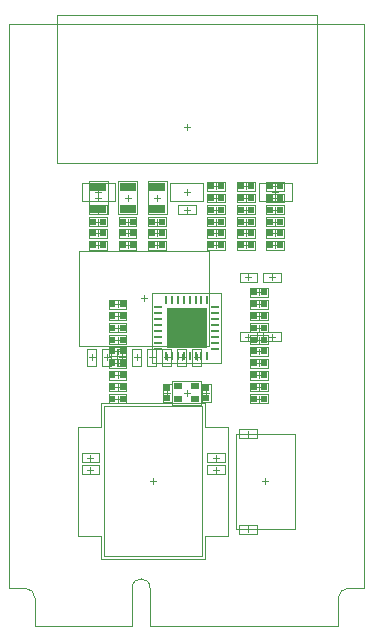
<source format=gbp>
G04*
G04 #@! TF.GenerationSoftware,Altium Limited,Altium Designer,22.1.2 (22)*
G04*
G04 Layer_Color=128*
%FSLAX25Y25*%
%MOIN*%
G70*
G04*
G04 #@! TF.SameCoordinates,B1E273F1-CA0D-4A37-822C-2AC157981796*
G04*
G04*
G04 #@! TF.FilePolarity,Positive*
G04*
G01*
G75*
%ADD10C,0.00394*%
%ADD12C,0.00197*%
%ADD15C,0.00039*%
%ADD16C,0.00079*%
%ADD18R,0.02047X0.01850*%
%ADD20R,0.01850X0.02047*%
%ADD46R,0.05512X0.02756*%
%ADD47R,0.02756X0.00984*%
%ADD48R,0.00984X0.02756*%
%ADD49R,0.13583X0.13583*%
%ADD50R,0.02756X0.02362*%
D10*
X53740Y12598D02*
G03*
X50591Y9449I0J-3150D01*
G01*
X-50591D02*
G03*
X-53740Y12598I-3150J0D01*
G01*
X-12205Y12795D02*
G03*
X-18110Y12795I-2953J0D01*
G01*
X53740Y12598D02*
G03*
X50591Y9449I0J-3150D01*
G01*
X-50591D02*
G03*
X-53740Y12598I-3150J0D01*
G01*
X-12205Y12795D02*
G03*
X-18110Y12795I-2953J0D01*
G01*
X-50591Y0D02*
X-18110D01*
X50591D02*
Y9449D01*
X53740Y12598D02*
X59055D01*
X-59055D02*
X-53740D01*
X-12205Y0D02*
Y12795D01*
X-18110Y0D02*
Y12795D01*
X-50591Y0D02*
Y9449D01*
X-12205Y0D02*
X50591D01*
X-59055Y200591D02*
X59055D01*
X-50591Y0D02*
Y9449D01*
X59055Y12598D02*
Y200591D01*
X-18110Y0D02*
Y12795D01*
X50591Y0D02*
Y9449D01*
X-12205Y0D02*
Y12795D01*
X-50591Y0D02*
X-18110D01*
X-12205D02*
X50591D01*
X53740Y12598D02*
X59055D01*
X-59055D02*
X-53740D01*
X-59055D02*
Y200591D01*
D12*
X11600Y87809D02*
Y111009D01*
X-11600Y87809D02*
Y111009D01*
X11600D01*
X-11600Y87809D02*
X11600D01*
X-11600D02*
Y111009D01*
Y87809D02*
X11600D01*
Y111009D01*
X-11600D02*
X11600D01*
X-1181Y99410D02*
X1181D01*
X0Y98228D02*
Y100591D01*
D15*
X35039Y141535D02*
Y147835D01*
X24016D02*
X35039D01*
X24016Y141535D02*
X35039D01*
X24016D02*
Y147835D01*
X-8063Y92520D02*
X-5110D01*
X-8063Y86614D02*
Y92520D01*
X-5110Y86614D02*
Y92520D01*
X-8063Y86614D02*
X-5110D01*
X-28063D02*
X-25110D01*
Y92520D01*
X-28063Y86614D02*
Y92520D01*
X-25110D01*
X-18063D02*
X-15110D01*
X-18063Y86614D02*
Y92520D01*
X-15110Y86614D02*
Y92520D01*
X-18063Y86614D02*
X-15110D01*
X1937Y92520D02*
X4890D01*
X1937Y86614D02*
Y92520D01*
X4890Y86614D02*
Y92520D01*
X1937Y86614D02*
X4890D01*
X-35740Y93504D02*
X7567D01*
X-35740Y125000D02*
X7567D01*
X-35740Y93504D02*
Y125000D01*
X7567Y93504D02*
Y125000D01*
X16339Y32480D02*
Y63976D01*
X36024Y32480D02*
Y63976D01*
X16339Y32480D02*
X36024D01*
X16339Y63976D02*
X36024D01*
X17634Y97933D02*
X23539D01*
X17634Y94980D02*
X23539D01*
Y97933D01*
X17634Y94980D02*
Y97933D01*
X31413Y94980D02*
Y97933D01*
X25508D02*
X31413D01*
X25508Y94980D02*
X31413D01*
X25508D02*
Y97933D01*
X-27559Y23228D02*
Y73228D01*
X5118D01*
Y23228D02*
Y73228D01*
X-27559Y23228D02*
X5118D01*
X43307Y154528D02*
Y203740D01*
X-43307Y154528D02*
Y203740D01*
Y154528D02*
X43307D01*
X-43307Y203740D02*
X43307D01*
X26575Y137303D02*
Y140256D01*
X32480Y137303D02*
Y140256D01*
X26575Y137303D02*
X32480D01*
X26575Y140256D02*
X32480D01*
X-5512Y141535D02*
Y147835D01*
Y141535D02*
X5512D01*
X-5512Y147835D02*
X5512D01*
Y141535D02*
Y147835D01*
X-2953Y137303D02*
Y140256D01*
X2953Y137303D02*
Y140256D01*
X-2953Y137303D02*
X2953D01*
X-2953Y140256D02*
X2953D01*
X-35039Y141535D02*
Y147835D01*
Y141535D02*
X-24016D01*
X-35039Y147835D02*
X-24016D01*
Y141535D02*
Y147835D01*
X-32480Y137303D02*
Y140256D01*
X-26575Y137303D02*
Y140256D01*
X-32480Y137303D02*
X-26575D01*
X-32480Y140256D02*
X-26575D01*
X17634Y114862D02*
Y117815D01*
X23539Y114862D02*
Y117815D01*
X17634Y114862D02*
X23539D01*
X17634Y117815D02*
X23539D01*
X31413Y114862D02*
Y117815D01*
X25508D02*
X31413D01*
X25508Y114862D02*
X31413D01*
X25508D02*
Y117815D01*
X-22835Y148228D02*
X-16535D01*
Y137205D02*
Y148228D01*
X-22835Y137205D02*
Y148228D01*
Y137205D02*
X-16535D01*
X-12992Y148228D02*
X-6693D01*
Y137205D02*
Y148228D01*
X-12992Y137205D02*
Y148228D01*
Y137205D02*
X-6693D01*
X-32677Y148228D02*
X-26378D01*
Y137205D02*
Y148228D01*
X-32677Y137205D02*
Y148228D01*
Y137205D02*
X-26378D01*
X-32480Y125492D02*
Y128445D01*
X-26575D01*
X-32480Y125492D02*
X-26575D01*
Y128445D01*
X22638Y141240D02*
Y144193D01*
X16732Y141240D02*
X22638D01*
X16732Y144193D02*
X22638D01*
X16732Y141240D02*
Y144193D01*
X32480Y141240D02*
Y144193D01*
X26575Y141240D02*
X32480D01*
X26575Y144193D02*
X32480D01*
X26575Y141240D02*
Y144193D01*
X6890Y145177D02*
Y148130D01*
X12795D01*
X6890Y145177D02*
X12795D01*
Y148130D01*
X26575Y145177D02*
Y148130D01*
X32480D01*
X26575Y145177D02*
X32480D01*
Y148130D01*
X16732Y145177D02*
Y148130D01*
X22638D01*
X16732Y145177D02*
X22638D01*
Y148130D01*
X-16732Y125492D02*
Y128445D01*
X-22638Y125492D02*
X-16732D01*
X-22638Y128445D02*
X-16732D01*
X-22638Y125492D02*
Y128445D01*
X-20079Y90059D02*
Y93012D01*
X-25984Y90059D02*
X-20079D01*
X-25984Y93012D02*
X-20079D01*
X-25984Y90059D02*
Y93012D01*
Y105807D02*
Y108760D01*
X-20079D01*
X-25984Y105807D02*
X-20079D01*
Y108760D01*
X21260Y74311D02*
Y77264D01*
X27165D01*
X21260Y74311D02*
X27165D01*
Y77264D01*
X21260Y82185D02*
Y85138D01*
X27165D01*
X21260Y82185D02*
X27165D01*
Y85138D01*
X21260Y78248D02*
Y81201D01*
X27165D01*
X21260Y78248D02*
X27165D01*
Y81201D01*
X4724Y73819D02*
Y81693D01*
X-4724Y73819D02*
Y81693D01*
Y73819D02*
X4724D01*
X-4724Y81693D02*
X4724D01*
X27165Y90059D02*
Y93012D01*
X21260Y90059D02*
X27165D01*
X21260Y93012D02*
X27165D01*
X21260Y90059D02*
Y93012D01*
Y86122D02*
Y89075D01*
X27165D01*
X21260Y86122D02*
X27165D01*
Y89075D01*
X-25984Y82185D02*
Y85138D01*
X-20079D01*
X-25984Y82185D02*
X-20079D01*
Y85138D01*
Y86122D02*
Y89075D01*
X-25984Y86122D02*
X-20079D01*
X-25984Y89075D02*
X-20079D01*
X-25984Y86122D02*
Y89075D01*
X-20079Y97933D02*
Y100886D01*
X-25984Y97933D02*
X-20079D01*
X-25984Y100886D02*
X-20079D01*
X-25984Y97933D02*
Y100886D01*
X-20079Y93996D02*
Y96949D01*
X-25984Y93996D02*
X-20079D01*
X-25984Y96949D02*
X-20079D01*
X-25984Y93996D02*
Y96949D01*
X27165Y109744D02*
Y112697D01*
X21260Y109744D02*
X27165D01*
X21260Y112697D02*
X27165D01*
X21260Y109744D02*
Y112697D01*
X21260Y97933D02*
Y100886D01*
X27165D01*
X21260Y97933D02*
X27165D01*
Y100886D01*
X21260Y93996D02*
Y96949D01*
X27165D01*
X21260Y93996D02*
X27165D01*
Y96949D01*
Y101870D02*
Y104823D01*
X21260Y101870D02*
X27165D01*
X21260Y104823D02*
X27165D01*
X21260Y101870D02*
Y104823D01*
Y105807D02*
Y108760D01*
X27165D01*
X21260Y105807D02*
X27165D01*
Y108760D01*
X-12795Y125492D02*
Y128445D01*
X-6890D01*
X-12795Y125492D02*
X-6890D01*
Y128445D01*
X32480Y133366D02*
Y136319D01*
X26575Y133366D02*
X32480D01*
X26575Y136319D02*
X32480D01*
X26575Y133366D02*
Y136319D01*
X22638Y133366D02*
Y136319D01*
X16732Y133366D02*
X22638D01*
X16732Y136319D02*
X22638D01*
X16732Y133366D02*
Y136319D01*
X12795Y133366D02*
Y136319D01*
X6890Y133366D02*
X12795D01*
X6890Y136319D02*
X12795D01*
X6890Y133366D02*
Y136319D01*
X12795Y141240D02*
Y144193D01*
X6890Y141240D02*
X12795D01*
X6890Y144193D02*
X12795D01*
X6890Y141240D02*
Y144193D01*
X35039Y141535D02*
Y147835D01*
X24016Y141535D02*
Y147835D01*
X35039D01*
X24016Y141535D02*
X35039D01*
X28543Y144685D02*
X30512D01*
X29528Y143701D02*
Y145669D01*
X-7571Y89567D02*
X-5602D01*
X-6587Y88583D02*
Y90551D01*
X-8063Y86614D02*
Y92520D01*
X-5110Y86614D02*
Y92520D01*
X-8063D02*
X-5110D01*
X-8063Y86614D02*
X-5110D01*
X-28063D02*
X-25110D01*
X-28063Y92520D02*
X-25110D01*
Y86614D02*
Y92520D01*
X-28063Y86614D02*
Y92520D01*
X-26587Y88583D02*
Y90551D01*
X-27571Y89567D02*
X-25602D01*
X-17571D02*
X-15602D01*
X-16587Y88583D02*
Y90551D01*
X-18063Y86614D02*
Y92520D01*
X-15110Y86614D02*
Y92520D01*
X-18063D02*
X-15110D01*
X-18063Y86614D02*
X-15110D01*
X2429Y89567D02*
X4398D01*
X3413Y88583D02*
Y90551D01*
X1937Y86614D02*
Y92520D01*
X4890Y86614D02*
Y92520D01*
X1937D02*
X4890D01*
X1937Y86614D02*
X4890D01*
X-35740Y125000D02*
X7567D01*
X-35740Y93504D02*
Y125000D01*
X7567Y93504D02*
Y125000D01*
X-35740Y93504D02*
X7567D01*
X-15071Y109252D02*
X-13102D01*
X-14087Y108268D02*
Y110236D01*
X26181Y47244D02*
Y49213D01*
X25197Y48228D02*
X27165D01*
X16339Y63976D02*
X36024D01*
X16339Y32480D02*
Y63976D01*
X36024Y32480D02*
Y63976D01*
X16339Y32480D02*
X36024D01*
X19602Y96457D02*
X21571D01*
X20587Y95472D02*
Y97441D01*
X23539Y94980D02*
Y97933D01*
X17634Y94980D02*
Y97933D01*
X23539D01*
X17634Y94980D02*
X23539D01*
X31413D02*
Y97933D01*
X25508Y94980D02*
Y97933D01*
X31413D01*
X25508Y94980D02*
X31413D01*
X27476Y96457D02*
X29445D01*
X28461Y95472D02*
Y97441D01*
X6102Y66260D02*
X13780D01*
X-36220Y30197D02*
X-28543D01*
X13780D02*
Y66260D01*
X-36220Y30197D02*
Y66220D01*
X6102Y30197D02*
X13780D01*
X-36220Y66220D02*
X-28543D01*
Y74213D01*
X6102Y22244D02*
Y30197D01*
X-28543Y22244D02*
X6102D01*
X-28543Y74213D02*
X6102D01*
Y66260D02*
Y74213D01*
X-28543Y22244D02*
Y30197D01*
X-12205Y48228D02*
X-10236D01*
X-11220Y47244D02*
Y49213D01*
X-43307Y154528D02*
X43307D01*
X-43307D02*
Y203740D01*
X43307D01*
Y154528D02*
Y203740D01*
X0Y165354D02*
Y167323D01*
X-984Y166339D02*
X984D01*
X26575Y137303D02*
X32480D01*
X26575Y140256D02*
X32480D01*
X26575Y137303D02*
Y140256D01*
X32480Y137303D02*
Y140256D01*
X29528Y137795D02*
Y139764D01*
X28543Y138779D02*
X30512D01*
X0Y143701D02*
Y145669D01*
X-984Y144685D02*
X984D01*
X-5512Y141535D02*
X5512D01*
X-5512Y147835D02*
X5512D01*
X-5512Y141535D02*
Y147835D01*
X5512Y141535D02*
Y147835D01*
X-2953Y137303D02*
X2953D01*
X-2953Y140256D02*
X2953D01*
X-2953Y137303D02*
Y140256D01*
X2953Y137303D02*
Y140256D01*
X0Y137795D02*
Y139764D01*
X-984Y138779D02*
X984D01*
X-29528Y143701D02*
Y145669D01*
X-30512Y144685D02*
X-28543D01*
X-35039Y141535D02*
X-24016D01*
X-35039Y147835D02*
X-24016D01*
X-35039Y141535D02*
Y147835D01*
X-24016Y141535D02*
Y147835D01*
X-32480Y137303D02*
X-26575D01*
X-32480Y140256D02*
X-26575D01*
X-32480Y137303D02*
Y140256D01*
X-26575Y137303D02*
Y140256D01*
X-29528Y137795D02*
Y139764D01*
X-30512Y138779D02*
X-28543D01*
X17634Y114862D02*
X23539D01*
X17634Y117815D02*
X23539D01*
X17634Y114862D02*
Y117815D01*
X23539Y114862D02*
Y117815D01*
X20587Y115354D02*
Y117323D01*
X19602Y116339D02*
X21571D01*
X31413Y114862D02*
Y117815D01*
X25508Y114862D02*
Y117815D01*
X31413D01*
X25508Y114862D02*
X31413D01*
X27476Y116339D02*
X29445D01*
X28461Y115354D02*
Y117323D01*
X-20669Y142717D02*
X-18701D01*
X-19685Y141732D02*
Y143701D01*
X-16535Y137205D02*
Y148228D01*
X-22835Y137205D02*
Y148228D01*
X-16535D01*
X-22835Y137205D02*
X-16535D01*
X-10827Y142717D02*
X-8858D01*
X-9843Y141732D02*
Y143701D01*
X-6693Y137205D02*
Y148228D01*
X-12992Y137205D02*
Y148228D01*
X-6693D01*
X-12992Y137205D02*
X-6693D01*
X-30512Y142717D02*
X-28543D01*
X-29528Y141732D02*
Y143701D01*
X-26378Y137205D02*
Y148228D01*
X-32677Y137205D02*
Y148228D01*
X-26378D01*
X-32677Y137205D02*
X-26378D01*
X-32480Y125492D02*
Y128445D01*
X-26575Y125492D02*
Y128445D01*
X-32480D02*
X-26575D01*
X-32480Y125492D02*
X-26575D01*
X-30512Y126969D02*
X-28543D01*
X-29528Y125984D02*
Y127953D01*
X22638Y141240D02*
Y144193D01*
X16732Y141240D02*
Y144193D01*
Y141240D02*
X22638D01*
X16732Y144193D02*
X22638D01*
X18701Y142717D02*
X20669D01*
X19685Y141732D02*
Y143701D01*
X32480Y141240D02*
Y144193D01*
X26575Y141240D02*
Y144193D01*
Y141240D02*
X32480D01*
X26575Y144193D02*
X32480D01*
X28543Y142717D02*
X30512D01*
X29528Y141732D02*
Y143701D01*
X6890Y145177D02*
Y148130D01*
X12795Y145177D02*
Y148130D01*
X6890D02*
X12795D01*
X6890Y145177D02*
X12795D01*
X8858Y146653D02*
X10827D01*
X9843Y145669D02*
Y147638D01*
X26575Y145177D02*
Y148130D01*
X32480Y145177D02*
Y148130D01*
X26575D02*
X32480D01*
X26575Y145177D02*
X32480D01*
X28543Y146653D02*
X30512D01*
X29528Y145669D02*
Y147638D01*
X16732Y145177D02*
Y148130D01*
X22638Y145177D02*
Y148130D01*
X16732D02*
X22638D01*
X16732Y145177D02*
X22638D01*
X18701Y146653D02*
X20669D01*
X19685Y145669D02*
Y147638D01*
X-19685Y125984D02*
Y127953D01*
X-20669Y126969D02*
X-18701D01*
X-22638Y125492D02*
X-16732D01*
X-22638Y128445D02*
X-16732D01*
Y125492D02*
Y128445D01*
X-22638Y125492D02*
Y128445D01*
X-23031Y90551D02*
Y92520D01*
X-24016Y91535D02*
X-22047D01*
X-25984Y90059D02*
X-20079D01*
X-25984Y93012D02*
X-20079D01*
Y90059D02*
Y93012D01*
X-25984Y90059D02*
Y93012D01*
Y105807D02*
Y108760D01*
X-20079Y105807D02*
Y108760D01*
X-25984D02*
X-20079D01*
X-25984Y105807D02*
X-20079D01*
X-24016Y107283D02*
X-22047D01*
X-23031Y106299D02*
Y108268D01*
X24213Y74803D02*
Y76772D01*
X23228Y75787D02*
X25197D01*
X21260Y77264D02*
X27165D01*
X21260Y74311D02*
X27165D01*
X21260D02*
Y77264D01*
X27165Y74311D02*
Y77264D01*
X24213Y82677D02*
Y84646D01*
X23228Y83661D02*
X25197D01*
X21260Y85138D02*
X27165D01*
X21260Y82185D02*
X27165D01*
X21260D02*
Y85138D01*
X27165Y82185D02*
Y85138D01*
X24213Y78740D02*
Y80709D01*
X23228Y79724D02*
X25197D01*
X21260Y81201D02*
X27165D01*
X21260Y78248D02*
X27165D01*
X21260D02*
Y81201D01*
X27165Y78248D02*
Y81201D01*
X-4724Y73819D02*
Y81693D01*
X4724Y73819D02*
Y81693D01*
X-4724D02*
X4724D01*
X-4724Y73819D02*
X4724D01*
X0Y76772D02*
Y78740D01*
X-984Y77756D02*
X984D01*
X24213Y90551D02*
Y92520D01*
X23228Y91535D02*
X25197D01*
X21260Y90059D02*
X27165D01*
X21260Y93012D02*
X27165D01*
Y90059D02*
Y93012D01*
X21260Y90059D02*
Y93012D01*
X24213Y86614D02*
Y88583D01*
X23228Y87598D02*
X25197D01*
X21260Y89075D02*
X27165D01*
X21260Y86122D02*
X27165D01*
X21260D02*
Y89075D01*
X27165Y86122D02*
Y89075D01*
X-23031Y82677D02*
Y84646D01*
X-24016Y83661D02*
X-22047D01*
X-25984Y85138D02*
X-20079D01*
X-25984Y82185D02*
X-20079D01*
X-25984D02*
Y85138D01*
X-20079Y82185D02*
Y85138D01*
X-23031Y86614D02*
Y88583D01*
X-24016Y87598D02*
X-22047D01*
X-25984Y86122D02*
X-20079D01*
X-25984Y89075D02*
X-20079D01*
Y86122D02*
Y89075D01*
X-25984Y86122D02*
Y89075D01*
X-23031Y98425D02*
Y100394D01*
X-24016Y99409D02*
X-22047D01*
X-25984Y97933D02*
X-20079D01*
X-25984Y100886D02*
X-20079D01*
Y97933D02*
Y100886D01*
X-25984Y97933D02*
Y100886D01*
X-23031Y94488D02*
Y96457D01*
X-24016Y95472D02*
X-22047D01*
X-25984Y93996D02*
X-20079D01*
X-25984Y96949D02*
X-20079D01*
Y93996D02*
Y96949D01*
X-25984Y93996D02*
Y96949D01*
X24213Y110236D02*
Y112205D01*
X23228Y111221D02*
X25197D01*
X21260Y109744D02*
X27165D01*
X21260Y112697D02*
X27165D01*
Y109744D02*
Y112697D01*
X21260Y109744D02*
Y112697D01*
X24213Y98425D02*
Y100394D01*
X23228Y99410D02*
X25197D01*
X21260Y100886D02*
X27165D01*
X21260Y97933D02*
X27165D01*
X21260D02*
Y100886D01*
X27165Y97933D02*
Y100886D01*
X24213Y94488D02*
Y96457D01*
X23228Y95472D02*
X25197D01*
X21260Y96949D02*
X27165D01*
X21260Y93996D02*
X27165D01*
X21260D02*
Y96949D01*
X27165Y93996D02*
Y96949D01*
X24213Y102362D02*
Y104331D01*
X23228Y103347D02*
X25197D01*
X21260Y101870D02*
X27165D01*
X21260Y104823D02*
X27165D01*
Y101870D02*
Y104823D01*
X21260Y101870D02*
Y104823D01*
X24213Y106299D02*
Y108268D01*
X23228Y107283D02*
X25197D01*
X21260Y108760D02*
X27165D01*
X21260Y105807D02*
X27165D01*
X21260D02*
Y108760D01*
X27165Y105807D02*
Y108760D01*
X-12795Y125492D02*
Y128445D01*
X-6890Y125492D02*
Y128445D01*
X-12795D02*
X-6890D01*
X-12795Y125492D02*
X-6890D01*
X-10827Y126969D02*
X-8858D01*
X-9843Y125984D02*
Y127953D01*
X32480Y133366D02*
Y136319D01*
X26575Y133366D02*
Y136319D01*
Y133366D02*
X32480D01*
X26575Y136319D02*
X32480D01*
X28543Y134843D02*
X30512D01*
X29528Y133858D02*
Y135827D01*
X22638Y133366D02*
Y136319D01*
X16732Y133366D02*
Y136319D01*
Y133366D02*
X22638D01*
X16732Y136319D02*
X22638D01*
X18701Y134843D02*
X20669D01*
X19685Y133858D02*
Y135827D01*
X12795Y133366D02*
Y136319D01*
X6890Y133366D02*
Y136319D01*
Y133366D02*
X12795D01*
X6890Y136319D02*
X12795D01*
X8858Y134843D02*
X10827D01*
X9843Y133858D02*
Y135827D01*
X12795Y141240D02*
Y144193D01*
X6890Y141240D02*
Y144193D01*
Y141240D02*
X12795D01*
X6890Y144193D02*
X12795D01*
X8858Y142717D02*
X10827D01*
X9843Y141732D02*
Y143701D01*
D16*
X-23063Y86614D02*
X-20110D01*
X-23063Y92520D02*
X-20110D01*
X-23063Y86614D02*
Y92520D01*
X-20110Y86614D02*
Y92520D01*
X-13063Y86614D02*
X-10110D01*
X-13063Y92520D02*
X-10110D01*
X-13063Y86614D02*
Y92520D01*
X-10110Y86614D02*
Y92520D01*
X-30110Y86614D02*
Y92520D01*
X-33063Y86614D02*
Y92520D01*
X-30110D01*
X-33063Y86614D02*
X-30110D01*
X-3063D02*
X-110D01*
X-3063Y92520D02*
X-110D01*
X-3063Y86614D02*
Y92520D01*
X-110Y86614D02*
Y92520D01*
X23327Y62697D02*
Y65650D01*
X17421Y62697D02*
Y65650D01*
Y62697D02*
X23327D01*
X17421Y65650D02*
X23327D01*
Y30807D02*
Y33760D01*
X17421Y30807D02*
Y33760D01*
Y30807D02*
X23327D01*
X17421Y33760D02*
X23327D01*
X6890Y53642D02*
X12795D01*
X6890Y50689D02*
X12795D01*
X6890D02*
Y53642D01*
X12795Y50689D02*
Y53642D01*
X6890Y57579D02*
X12795D01*
X6890Y54626D02*
X12795D01*
X6890D02*
Y57579D01*
X12795Y54626D02*
Y57579D01*
X-35039Y53642D02*
X-29134D01*
X-35039Y50689D02*
X-29134D01*
X-35039D02*
Y53642D01*
X-29134Y50689D02*
Y53642D01*
X-35039Y57579D02*
X-29134D01*
X-35039Y54626D02*
X-29134D01*
X-35039D02*
Y57579D01*
X-29134Y54626D02*
Y57579D01*
X7972Y74803D02*
Y80709D01*
X5020Y74803D02*
Y80709D01*
Y74803D02*
X7972D01*
X5020Y80709D02*
X7972D01*
X-7972Y74803D02*
Y80709D01*
X-5020Y74803D02*
Y80709D01*
X-7972D02*
X-5020D01*
X-7972Y74803D02*
X-5020D01*
X-20079Y78248D02*
Y81201D01*
X-25984Y78248D02*
Y81201D01*
X-20079D01*
X-25984Y78248D02*
X-20079D01*
Y74311D02*
Y77264D01*
X-25984Y74311D02*
Y77264D01*
X-20079D01*
X-25984Y74311D02*
X-20079D01*
X-25984Y104823D02*
X-20079D01*
X-25984Y101870D02*
X-20079D01*
Y104823D01*
X-25984Y101870D02*
Y104823D01*
X6890Y128445D02*
X12795D01*
X6890Y125492D02*
X12795D01*
Y128445D01*
X6890Y125492D02*
Y128445D01*
X16732D02*
X22638D01*
X16732Y125492D02*
X22638D01*
Y128445D01*
X16732Y125492D02*
Y128445D01*
X26575D02*
X32480D01*
X26575Y125492D02*
X32480D01*
Y128445D01*
X26575Y125492D02*
Y128445D01*
X6890Y132382D02*
X12795D01*
X6890Y129429D02*
X12795D01*
Y132382D01*
X6890Y129429D02*
Y132382D01*
X16732D02*
X22638D01*
X16732Y129429D02*
X22638D01*
Y132382D01*
X16732Y129429D02*
Y132382D01*
X26575D02*
X32480D01*
X26575Y129429D02*
X32480D01*
Y132382D01*
X26575Y129429D02*
Y132382D01*
X6890Y137303D02*
X12795D01*
X6890Y140256D02*
X12795D01*
X6890Y137303D02*
Y140256D01*
X12795Y137303D02*
Y140256D01*
X16732Y137303D02*
X22638D01*
X16732Y140256D02*
X22638D01*
X16732Y137303D02*
Y140256D01*
X22638Y137303D02*
Y140256D01*
X26575Y137303D02*
X32480D01*
X26575Y140256D02*
X32480D01*
X26575Y137303D02*
Y140256D01*
X32480Y137303D02*
Y140256D01*
X-32480Y136319D02*
X-26575D01*
X-32480Y133366D02*
X-26575D01*
Y136319D01*
X-32480Y133366D02*
Y136319D01*
X-22638D02*
X-16732D01*
X-22638Y133366D02*
X-16732D01*
Y136319D01*
X-22638Y133366D02*
Y136319D01*
X-12795D02*
X-6890D01*
X-12795Y133366D02*
X-6890D01*
Y136319D01*
X-12795Y133366D02*
Y136319D01*
X-32480Y132382D02*
X-26575D01*
X-32480Y129429D02*
X-26575D01*
Y132382D01*
X-32480Y129429D02*
Y132382D01*
X-22638D02*
X-16732D01*
X-22638Y129429D02*
X-16732D01*
Y132382D01*
X-22638Y129429D02*
Y132382D01*
X-12795D02*
X-6890D01*
X-12795Y129429D02*
X-6890D01*
Y132382D01*
X-12795Y129429D02*
Y132382D01*
X-23063Y86614D02*
X-20110D01*
X-23063D02*
Y92520D01*
X-20110Y86614D02*
Y92520D01*
X-21587Y88583D02*
Y90551D01*
X-22571Y89567D02*
X-20602D01*
X-23063Y92520D02*
X-20110D01*
X-13063Y86614D02*
X-10110D01*
X-13063D02*
Y92520D01*
X-10110Y86614D02*
Y92520D01*
X-11587Y88583D02*
Y90551D01*
X-12571Y89567D02*
X-10602D01*
X-13063Y92520D02*
X-10110D01*
X-33063D02*
X-30110D01*
X-32571Y89567D02*
X-30602D01*
X-31587Y88583D02*
Y90551D01*
X-30110Y86614D02*
Y92520D01*
X-33063Y86614D02*
Y92520D01*
Y86614D02*
X-30110D01*
X-3063D02*
X-110D01*
X-3063D02*
Y92520D01*
X-110Y86614D02*
Y92520D01*
X-1587Y88583D02*
Y90551D01*
X-2571Y89567D02*
X-602D01*
X-3063Y92520D02*
X-110D01*
X23327Y62697D02*
Y65650D01*
X17421Y62697D02*
X23327D01*
X17421Y65650D02*
X23327D01*
X19390Y64173D02*
X21358D01*
X20374Y63189D02*
Y65158D01*
X17421Y62697D02*
Y65650D01*
X23327Y30807D02*
Y33760D01*
X17421Y30807D02*
X23327D01*
X17421Y33760D02*
X23327D01*
X19390Y32283D02*
X21358D01*
X20374Y31299D02*
Y33268D01*
X17421Y30807D02*
Y33760D01*
X6890Y50689D02*
Y53642D01*
X9843Y51181D02*
Y53150D01*
X8858Y52165D02*
X10827D01*
X6890Y53642D02*
X12795D01*
X6890Y50689D02*
X12795D01*
Y53642D01*
X6890Y54626D02*
Y57579D01*
X9843Y55118D02*
Y57087D01*
X8858Y56102D02*
X10827D01*
X6890Y57579D02*
X12795D01*
X6890Y54626D02*
X12795D01*
Y57579D01*
X-35039Y50689D02*
Y53642D01*
X-32087Y51181D02*
Y53150D01*
X-33071Y52165D02*
X-31102D01*
X-35039Y53642D02*
X-29134D01*
X-35039Y50689D02*
X-29134D01*
Y53642D01*
X-35039Y54626D02*
Y57579D01*
X-32087Y55118D02*
Y57087D01*
X-33071Y56102D02*
X-31102D01*
X-35039Y57579D02*
X-29134D01*
X-35039Y54626D02*
X-29134D01*
Y57579D01*
X5020Y74803D02*
X7972D01*
X5512Y77756D02*
X7480D01*
X6496Y76772D02*
Y78740D01*
X7972Y74803D02*
Y80709D01*
X5020Y74803D02*
Y80709D01*
X7972D01*
X-7972D02*
X-5020D01*
X-7480Y77756D02*
X-5512D01*
X-6496Y76772D02*
Y78740D01*
X-7972Y74803D02*
Y80709D01*
X-5020Y74803D02*
Y80709D01*
X-7972Y74803D02*
X-5020D01*
X-20079Y78248D02*
Y81201D01*
X-25984D02*
X-20079D01*
X-25984Y78248D02*
X-20079D01*
X-24016Y79724D02*
X-22047D01*
X-23031Y78740D02*
Y80709D01*
X-25984Y78248D02*
Y81201D01*
X-20079Y74311D02*
Y77264D01*
X-25984D02*
X-20079D01*
X-25984Y74311D02*
X-20079D01*
X-24016Y75787D02*
X-22047D01*
X-23031Y74803D02*
Y76772D01*
X-25984Y74311D02*
Y77264D01*
X-20079Y101870D02*
Y104823D01*
X-23031Y102362D02*
Y104331D01*
X-24016Y103347D02*
X-22047D01*
X-25984Y104823D02*
X-20079D01*
X-25984Y101870D02*
X-20079D01*
X-25984D02*
Y104823D01*
X12795Y125492D02*
Y128445D01*
X9843Y125984D02*
Y127953D01*
X8858Y126969D02*
X10827D01*
X6890Y128445D02*
X12795D01*
X6890Y125492D02*
X12795D01*
X6890D02*
Y128445D01*
X22638Y125492D02*
Y128445D01*
X19685Y125984D02*
Y127953D01*
X18701Y126969D02*
X20669D01*
X16732Y128445D02*
X22638D01*
X16732Y125492D02*
X22638D01*
X16732D02*
Y128445D01*
X32480Y125492D02*
Y128445D01*
X29528Y125984D02*
Y127953D01*
X28543Y126969D02*
X30512D01*
X26575Y128445D02*
X32480D01*
X26575Y125492D02*
X32480D01*
X26575D02*
Y128445D01*
X12795Y129429D02*
Y132382D01*
X9843Y129921D02*
Y131890D01*
X8858Y130905D02*
X10827D01*
X6890Y132382D02*
X12795D01*
X6890Y129429D02*
X12795D01*
X6890D02*
Y132382D01*
X22638Y129429D02*
Y132382D01*
X19685Y129921D02*
Y131890D01*
X18701Y130905D02*
X20669D01*
X16732Y132382D02*
X22638D01*
X16732Y129429D02*
X22638D01*
X16732D02*
Y132382D01*
X32480Y129429D02*
Y132382D01*
X29528Y129921D02*
Y131890D01*
X28543Y130905D02*
X30512D01*
X26575Y132382D02*
X32480D01*
X26575Y129429D02*
X32480D01*
X26575D02*
Y132382D01*
X6890Y137303D02*
Y140256D01*
X9843Y137795D02*
Y139764D01*
X8858Y138779D02*
X10827D01*
X6890Y137303D02*
X12795D01*
X6890Y140256D02*
X12795D01*
Y137303D02*
Y140256D01*
X16732Y137303D02*
Y140256D01*
X19685Y137795D02*
Y139764D01*
X18701Y138779D02*
X20669D01*
X16732Y137303D02*
X22638D01*
X16732Y140256D02*
X22638D01*
Y137303D02*
Y140256D01*
X26575Y137303D02*
Y140256D01*
X29528Y137795D02*
Y139764D01*
X28543Y138779D02*
X30512D01*
X26575Y137303D02*
X32480D01*
X26575Y140256D02*
X32480D01*
Y137303D02*
Y140256D01*
X-26575Y133366D02*
Y136319D01*
X-29528Y133858D02*
Y135827D01*
X-30512Y134843D02*
X-28543D01*
X-32480Y136319D02*
X-26575D01*
X-32480Y133366D02*
X-26575D01*
X-32480D02*
Y136319D01*
X-16732Y133366D02*
Y136319D01*
X-19685Y133858D02*
Y135827D01*
X-20669Y134843D02*
X-18701D01*
X-22638Y136319D02*
X-16732D01*
X-22638Y133366D02*
X-16732D01*
X-22638D02*
Y136319D01*
X-6890Y133366D02*
Y136319D01*
X-9843Y133858D02*
Y135827D01*
X-10827Y134843D02*
X-8858D01*
X-12795Y136319D02*
X-6890D01*
X-12795Y133366D02*
X-6890D01*
X-12795D02*
Y136319D01*
X-26575Y129429D02*
Y132382D01*
X-29528Y129921D02*
Y131890D01*
X-30512Y130905D02*
X-28543D01*
X-32480Y132382D02*
X-26575D01*
X-32480Y129429D02*
X-26575D01*
X-32480D02*
Y132382D01*
X-16732Y129429D02*
Y132382D01*
X-19685Y129921D02*
Y131890D01*
X-20669Y130905D02*
X-18701D01*
X-22638Y132382D02*
X-16732D01*
X-22638Y129429D02*
X-16732D01*
X-22638D02*
Y132382D01*
X-6890Y129429D02*
Y132382D01*
X-9843Y129921D02*
Y131890D01*
X-10827Y130905D02*
X-8858D01*
X-12795Y132382D02*
X-6890D01*
X-12795Y129429D02*
X-6890D01*
X-12795D02*
Y132382D01*
D18*
X6496Y76063D02*
D03*
Y79449D02*
D03*
X-6496D02*
D03*
Y76063D02*
D03*
D20*
X-31220Y126969D02*
D03*
X-27835D02*
D03*
X21378Y142717D02*
D03*
X17992D02*
D03*
X31220D02*
D03*
X27835D02*
D03*
X8150Y146653D02*
D03*
X11535D02*
D03*
X27835D02*
D03*
X31220D02*
D03*
X17992D02*
D03*
X21378D02*
D03*
X-17992Y126969D02*
D03*
X-21378D02*
D03*
X-21339Y91535D02*
D03*
X-24724D02*
D03*
Y107283D02*
D03*
X-21339D02*
D03*
X22520Y75787D02*
D03*
X25905D02*
D03*
X22520Y83661D02*
D03*
X25905D02*
D03*
X22520Y79724D02*
D03*
X25905D02*
D03*
Y91535D02*
D03*
X22520D02*
D03*
Y87598D02*
D03*
X25905D02*
D03*
X-24724Y83661D02*
D03*
X-21339D02*
D03*
Y79724D02*
D03*
X-24724D02*
D03*
X-21339Y75787D02*
D03*
X-24724D02*
D03*
X-21339Y87598D02*
D03*
X-24724D02*
D03*
X-21339Y99409D02*
D03*
X-24724D02*
D03*
X-21339Y95472D02*
D03*
X-24724D02*
D03*
X25905Y111221D02*
D03*
X22520D02*
D03*
X22520Y99410D02*
D03*
X25905D02*
D03*
X22520Y95472D02*
D03*
X25905D02*
D03*
Y103347D02*
D03*
X22520D02*
D03*
Y107283D02*
D03*
X25905D02*
D03*
X-21339Y103347D02*
D03*
X-24724D02*
D03*
X11535Y126969D02*
D03*
X8150D02*
D03*
X21378D02*
D03*
X17992D02*
D03*
X31220D02*
D03*
X27835D02*
D03*
X11535Y130905D02*
D03*
X8150D02*
D03*
X21378D02*
D03*
X17992D02*
D03*
X31220D02*
D03*
X27835D02*
D03*
X8150Y138779D02*
D03*
X11535D02*
D03*
X17992D02*
D03*
X21378D02*
D03*
X27835D02*
D03*
X31220D02*
D03*
X-11535Y126969D02*
D03*
X-8150D02*
D03*
X-27835Y134843D02*
D03*
X-31220D02*
D03*
X-17992D02*
D03*
X-21378D02*
D03*
X-8150D02*
D03*
X-11535D02*
D03*
X-27835Y130905D02*
D03*
X-31220D02*
D03*
X-17992D02*
D03*
X-21378D02*
D03*
X-8150D02*
D03*
X-11535D02*
D03*
X31220Y134843D02*
D03*
X27835D02*
D03*
X21378D02*
D03*
X17992D02*
D03*
X11535D02*
D03*
X8150D02*
D03*
X11535Y142717D02*
D03*
X8150D02*
D03*
D46*
X-19685Y146398D02*
D03*
Y139035D02*
D03*
X-9843Y146398D02*
D03*
Y139035D02*
D03*
X-29528Y146398D02*
D03*
Y139035D02*
D03*
D47*
X-9449Y106299D02*
D03*
Y104331D02*
D03*
Y102362D02*
D03*
Y100394D02*
D03*
Y98425D02*
D03*
Y96457D02*
D03*
Y94488D02*
D03*
Y92520D02*
D03*
X9449D02*
D03*
Y94488D02*
D03*
Y96457D02*
D03*
Y98425D02*
D03*
Y100394D02*
D03*
Y102362D02*
D03*
Y104331D02*
D03*
Y106299D02*
D03*
D48*
X-6890Y89961D02*
D03*
X-4921D02*
D03*
X-2953D02*
D03*
X-984D02*
D03*
X984D02*
D03*
X2953D02*
D03*
X4921D02*
D03*
X6890D02*
D03*
Y108858D02*
D03*
X4921D02*
D03*
X2953D02*
D03*
X984D02*
D03*
X-984D02*
D03*
X-2953D02*
D03*
X-4921D02*
D03*
X-6890D02*
D03*
D49*
X0Y99410D02*
D03*
D50*
X2756Y79921D02*
D03*
X-2756D02*
D03*
Y75590D02*
D03*
X2756D02*
D03*
M02*

</source>
